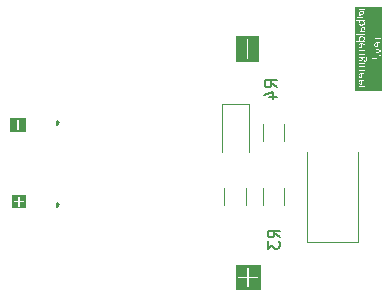
<source format=gbr>
%TF.GenerationSoftware,KiCad,Pcbnew,8.0.1*%
%TF.CreationDate,2024-04-06T17:54:05-05:00*%
%TF.ProjectId,Banana to USB-C Adapter,42616e61-6e61-4207-946f-205553422d43,2*%
%TF.SameCoordinates,Original*%
%TF.FileFunction,Legend,Bot*%
%TF.FilePolarity,Positive*%
%FSLAX46Y46*%
G04 Gerber Fmt 4.6, Leading zero omitted, Abs format (unit mm)*
G04 Created by KiCad (PCBNEW 8.0.1) date 2024-04-06 17:54:05*
%MOMM*%
%LPD*%
G01*
G04 APERTURE LIST*
%ADD10C,0.150000*%
%ADD11C,0.120000*%
G04 APERTURE END LIST*
G36*
X127750000Y-95650000D02*
G01*
X129050000Y-95650000D01*
X129050000Y-95750000D01*
X127750000Y-95750000D01*
X127750000Y-95650000D01*
G37*
G36*
X127750000Y-96750000D02*
G01*
X129050000Y-96750000D01*
X129050000Y-96850000D01*
X127750000Y-96850000D01*
X127750000Y-96750000D01*
G37*
D10*
X131725000Y-95925000D02*
X131725000Y-96275000D01*
X131725000Y-95950000D02*
X131725000Y-95925000D01*
X131725000Y-103175000D02*
X131900000Y-103000000D01*
X131725000Y-96275000D02*
X131900000Y-96100000D01*
X131725000Y-95925000D02*
X131900000Y-96100000D01*
X131725000Y-102825000D02*
X131725000Y-103175000D01*
G36*
X127750000Y-95675000D02*
G01*
X128200000Y-95675000D01*
X128200000Y-96825000D01*
X127750000Y-96825000D01*
X127750000Y-95675000D01*
G37*
G36*
X146850000Y-88750000D02*
G01*
X147550000Y-88750000D01*
X147550000Y-90900000D01*
X146850000Y-90900000D01*
X146850000Y-88750000D01*
G37*
G36*
X128550000Y-95675000D02*
G01*
X129050000Y-95675000D01*
X129050000Y-96825000D01*
X128550000Y-96825000D01*
X128550000Y-95675000D01*
G37*
X131725000Y-102850000D02*
X131725000Y-102825000D01*
G36*
X148100000Y-88750000D02*
G01*
X148800000Y-88750000D01*
X148800000Y-90900000D01*
X148100000Y-90900000D01*
X148100000Y-88750000D01*
G37*
G36*
X146850000Y-90700000D02*
G01*
X148750000Y-90700000D01*
X148750000Y-90900000D01*
X146850000Y-90900000D01*
X146850000Y-90700000D01*
G37*
G36*
X146850000Y-88750000D02*
G01*
X148750000Y-88750000D01*
X148750000Y-88950000D01*
X146850000Y-88950000D01*
X146850000Y-88750000D01*
G37*
X131725000Y-102825000D02*
X131900000Y-103000000D01*
G36*
X148958601Y-110215724D02*
G01*
X146843230Y-110215724D01*
X146843230Y-109172670D01*
X147065452Y-109172670D01*
X147076651Y-109199706D01*
X147097343Y-109220398D01*
X147124379Y-109231597D01*
X147139011Y-109233038D01*
X147826698Y-109232393D01*
X147827356Y-109934575D01*
X147838555Y-109961611D01*
X147859247Y-109982303D01*
X147886283Y-109993502D01*
X147915547Y-109993502D01*
X147942583Y-109982303D01*
X147963275Y-109961611D01*
X147974474Y-109934575D01*
X147975915Y-109919943D01*
X147975270Y-109232254D01*
X148677452Y-109231597D01*
X148704488Y-109220398D01*
X148725180Y-109199706D01*
X148736379Y-109172670D01*
X148736379Y-109143406D01*
X148725180Y-109116370D01*
X148704488Y-109095678D01*
X148677452Y-109084479D01*
X148662820Y-109083038D01*
X147975131Y-109083682D01*
X147974474Y-108381501D01*
X147963275Y-108354465D01*
X147942583Y-108333773D01*
X147915547Y-108322574D01*
X147886283Y-108322574D01*
X147859247Y-108333773D01*
X147838555Y-108354465D01*
X147827356Y-108381501D01*
X147825915Y-108396133D01*
X147826559Y-109083821D01*
X147124379Y-109084479D01*
X147097343Y-109095678D01*
X147076651Y-109116370D01*
X147065452Y-109143406D01*
X147065452Y-109172670D01*
X146843230Y-109172670D01*
X146843230Y-108100352D01*
X148958601Y-108100352D01*
X148958601Y-110215724D01*
G37*
G36*
X148136288Y-90881506D02*
G01*
X147541844Y-90881506D01*
X147541844Y-89061916D01*
X147764066Y-89061916D01*
X147765507Y-90600357D01*
X147776706Y-90627393D01*
X147797398Y-90648085D01*
X147824434Y-90659284D01*
X147853698Y-90659284D01*
X147880734Y-90648085D01*
X147901426Y-90627393D01*
X147912625Y-90600357D01*
X147914066Y-90585725D01*
X147912625Y-89047284D01*
X147901426Y-89020248D01*
X147880734Y-88999556D01*
X147853698Y-88988357D01*
X147824434Y-88988357D01*
X147797398Y-88999556D01*
X147776706Y-89020248D01*
X147765507Y-89047284D01*
X147764066Y-89061916D01*
X147541844Y-89061916D01*
X147541844Y-88766135D01*
X148136288Y-88766135D01*
X148136288Y-90881506D01*
G37*
G36*
X157452990Y-92752936D02*
G01*
X157413804Y-92750619D01*
X157374237Y-92738822D01*
X157347477Y-92721477D01*
X157322681Y-92689167D01*
X157311012Y-92649898D01*
X157309180Y-92622803D01*
X157314313Y-92582311D01*
X157321099Y-92563989D01*
X157343374Y-92530687D01*
X157352752Y-92521589D01*
X157385799Y-92500376D01*
X157398475Y-92495210D01*
X157437144Y-92486148D01*
X157452990Y-92484855D01*
X157452990Y-92752936D01*
G37*
G36*
X157452990Y-92195671D02*
G01*
X157413804Y-92193355D01*
X157374237Y-92181558D01*
X157347477Y-92164213D01*
X157322681Y-92131903D01*
X157311012Y-92092633D01*
X157309180Y-92065538D01*
X157314313Y-92025047D01*
X157321099Y-92006725D01*
X157343374Y-91973422D01*
X157352752Y-91964324D01*
X157385799Y-91943112D01*
X157398475Y-91937946D01*
X157437144Y-91928883D01*
X157452990Y-91927590D01*
X157452990Y-92195671D01*
G37*
G36*
X157868764Y-90541515D02*
G01*
X157884811Y-90563543D01*
X157897367Y-90600803D01*
X157902532Y-90641433D01*
X157903178Y-90664757D01*
X157900917Y-90704757D01*
X157895167Y-90733731D01*
X157879735Y-90770525D01*
X157874260Y-90778476D01*
X157844169Y-90802901D01*
X157808803Y-90810326D01*
X157770950Y-90796800D01*
X157760150Y-90784143D01*
X157745379Y-90746739D01*
X157741782Y-90713605D01*
X157737484Y-90585622D01*
X157763471Y-90556704D01*
X157786723Y-90538923D01*
X157808803Y-90529739D01*
X157831273Y-90527395D01*
X157868764Y-90541515D01*
G37*
G36*
X157454472Y-90560456D02*
G01*
X157488747Y-90582105D01*
X157509634Y-90617872D01*
X157515490Y-90656767D01*
X157515516Y-90659872D01*
X157510098Y-90698728D01*
X157507309Y-90706376D01*
X157484644Y-90739202D01*
X157451231Y-90758351D01*
X157411762Y-90764799D01*
X157371055Y-90758702D01*
X157336339Y-90737053D01*
X157315969Y-90703445D01*
X157309286Y-90664421D01*
X157309180Y-90658113D01*
X157315161Y-90618469D01*
X157317581Y-90612196D01*
X157340833Y-90579760D01*
X157374832Y-90560612D01*
X157413583Y-90554365D01*
X157414888Y-90554359D01*
X157454472Y-90560456D01*
G37*
G36*
X157452990Y-89678211D02*
G01*
X157413804Y-89675895D01*
X157374237Y-89664098D01*
X157347477Y-89646753D01*
X157322681Y-89614443D01*
X157311012Y-89575173D01*
X157309180Y-89548079D01*
X157314313Y-89507587D01*
X157321099Y-89489265D01*
X157343374Y-89455962D01*
X157352752Y-89446864D01*
X157385799Y-89425652D01*
X157398475Y-89420486D01*
X157437144Y-89411423D01*
X157452990Y-89410130D01*
X157452990Y-89678211D01*
G37*
G36*
X158796990Y-89578952D02*
G01*
X158757804Y-89576635D01*
X158718237Y-89564838D01*
X158691477Y-89547493D01*
X158666681Y-89515183D01*
X158655012Y-89475914D01*
X158653180Y-89448819D01*
X158658313Y-89408327D01*
X158665099Y-89390005D01*
X158687374Y-89356703D01*
X158696752Y-89347605D01*
X158729799Y-89326392D01*
X158742475Y-89321227D01*
X158781144Y-89312164D01*
X158796990Y-89310871D01*
X158796990Y-89578952D01*
G37*
G36*
X157548316Y-88823202D02*
G01*
X157582732Y-88827269D01*
X157620925Y-88836522D01*
X157647212Y-88847395D01*
X157679345Y-88870155D01*
X157692348Y-88885301D01*
X157707338Y-88921549D01*
X157709347Y-88944701D01*
X157704462Y-88979481D01*
X157687658Y-89013871D01*
X157662867Y-89044659D01*
X157657177Y-89050605D01*
X157627321Y-89078219D01*
X157611064Y-89091442D01*
X157410785Y-89091442D01*
X157379012Y-89064102D01*
X157351599Y-89035290D01*
X157339856Y-89020123D01*
X157321538Y-88985148D01*
X157315432Y-88948609D01*
X157321996Y-88909255D01*
X157332236Y-88889600D01*
X157360152Y-88860710D01*
X157376200Y-88850326D01*
X157413218Y-88834725D01*
X157438140Y-88828441D01*
X157477419Y-88822912D01*
X157508482Y-88821603D01*
X157548316Y-88823202D01*
G37*
G36*
X157671812Y-88034372D02*
G01*
X157692934Y-88050186D01*
X157711859Y-88086078D01*
X157715600Y-88118574D01*
X157709262Y-88159176D01*
X157697623Y-88184813D01*
X157672912Y-88218082D01*
X157644445Y-88246805D01*
X157642131Y-88248902D01*
X157537400Y-88248902D01*
X157537400Y-88171330D01*
X157539673Y-88130457D01*
X157543848Y-88106460D01*
X157557315Y-88069322D01*
X157562411Y-88060933D01*
X157592110Y-88034164D01*
X157630376Y-88025770D01*
X157631775Y-88025762D01*
X157671812Y-88034372D01*
G37*
G36*
X157645768Y-87496139D02*
G01*
X157673181Y-87524969D01*
X157684923Y-87540012D01*
X157703241Y-87574743D01*
X157709347Y-87610940D01*
X157702783Y-87649622D01*
X157692543Y-87669167D01*
X157664358Y-87698141D01*
X157648189Y-87708441D01*
X157610987Y-87724042D01*
X157586249Y-87730326D01*
X157547251Y-87736013D01*
X157516493Y-87737360D01*
X157476201Y-87735705D01*
X157441657Y-87731498D01*
X157403429Y-87722341D01*
X157377372Y-87711372D01*
X157345411Y-87688612D01*
X157332431Y-87673466D01*
X157317092Y-87635685D01*
X157315432Y-87614848D01*
X157320512Y-87580067D01*
X157337316Y-87545483D01*
X157361969Y-87514833D01*
X157367602Y-87508944D01*
X157397559Y-87481683D01*
X157414106Y-87468497D01*
X157613995Y-87468497D01*
X157645768Y-87496139D01*
G37*
G36*
X157568616Y-86671370D02*
G01*
X157590938Y-86681254D01*
X157611403Y-86716435D01*
X157612431Y-86730688D01*
X157608133Y-86757457D01*
X157594455Y-86786571D01*
X157571344Y-86818129D01*
X157570422Y-86819202D01*
X157543693Y-86848521D01*
X157535055Y-86857499D01*
X157393004Y-86883878D01*
X157360834Y-86861333D01*
X157340052Y-86840891D01*
X157322833Y-86804657D01*
X157321685Y-86791065D01*
X157330832Y-86752806D01*
X157332822Y-86749251D01*
X157359178Y-86718568D01*
X157361350Y-86716815D01*
X157395373Y-86696021D01*
X157400819Y-86693564D01*
X157438913Y-86679911D01*
X157446151Y-86677932D01*
X157485602Y-86670025D01*
X157491092Y-86669335D01*
X157529584Y-86666795D01*
X157568616Y-86671370D01*
G37*
G36*
X159220394Y-93357470D02*
G01*
X156923291Y-93357470D01*
X156923291Y-93196481D01*
X157237274Y-93196481D01*
X157238056Y-93212698D01*
X157240987Y-93231651D01*
X157245872Y-93249432D01*
X157251343Y-93260765D01*
X157256618Y-93265064D01*
X157262871Y-93267018D01*
X157273813Y-93268190D01*
X157293548Y-93268581D01*
X157313674Y-93267995D01*
X157326374Y-93265650D01*
X157333408Y-93261547D01*
X157335949Y-93254708D01*
X157333408Y-93243961D01*
X157328524Y-93229698D01*
X157323834Y-93211917D01*
X157321685Y-93190423D01*
X157327547Y-93163459D01*
X157346500Y-93135713D01*
X157376142Y-93109213D01*
X157381475Y-93105231D01*
X157414234Y-93082944D01*
X157434818Y-93070060D01*
X157758000Y-93070060D01*
X157765425Y-93067911D01*
X157770701Y-93060681D01*
X157774023Y-93047004D01*
X157775000Y-93024534D01*
X157774023Y-93002454D01*
X157770701Y-92988386D01*
X157765425Y-92981351D01*
X157758000Y-92979397D01*
X157266779Y-92979397D01*
X157259354Y-92980961D01*
X157253883Y-92987604D01*
X157250561Y-93000305D01*
X157249780Y-93020626D01*
X157250561Y-93040751D01*
X157253883Y-93053061D01*
X157259354Y-93059314D01*
X157266779Y-93061268D01*
X157338293Y-93061268D01*
X157305533Y-93084503D01*
X157287882Y-93099370D01*
X157260890Y-93128174D01*
X157257205Y-93133173D01*
X157241573Y-93164827D01*
X157237274Y-93196481D01*
X156923291Y-93196481D01*
X156923291Y-92626711D01*
X157237274Y-92626711D01*
X157239885Y-92667936D01*
X157248604Y-92707077D01*
X157255837Y-92725776D01*
X157276030Y-92761024D01*
X157303721Y-92791524D01*
X157305662Y-92793187D01*
X157339661Y-92816048D01*
X157376504Y-92831092D01*
X157379131Y-92831875D01*
X157419986Y-92840710D01*
X157460442Y-92844076D01*
X157469403Y-92844185D01*
X157485621Y-92844185D01*
X157515907Y-92833438D01*
X157524895Y-92809014D01*
X157524895Y-92484855D01*
X157565732Y-92486906D01*
X157602271Y-92493061D01*
X157639733Y-92506664D01*
X157661475Y-92520416D01*
X157688908Y-92550686D01*
X157699382Y-92570437D01*
X157709968Y-92609496D01*
X157712473Y-92645859D01*
X157710260Y-92686770D01*
X157706807Y-92708386D01*
X157696813Y-92746902D01*
X157693715Y-92756062D01*
X157680819Y-92789083D01*
X157674958Y-92808623D01*
X157676912Y-92815266D01*
X157682773Y-92819956D01*
X157693715Y-92822496D01*
X157710715Y-92823277D01*
X157723415Y-92822691D01*
X157732990Y-92821324D01*
X157740415Y-92818588D01*
X157746863Y-92813703D01*
X157757023Y-92795922D01*
X157770090Y-92758899D01*
X157770505Y-92757430D01*
X157779518Y-92717789D01*
X157782229Y-92702719D01*
X157786763Y-92662282D01*
X157787505Y-92636481D01*
X157785473Y-92596346D01*
X157778622Y-92556619D01*
X157770310Y-92529600D01*
X157751952Y-92492227D01*
X157727311Y-92460464D01*
X157719117Y-92452419D01*
X157686077Y-92427981D01*
X157649503Y-92410513D01*
X157633925Y-92405134D01*
X157593194Y-92395489D01*
X157551754Y-92390559D01*
X157514930Y-92389307D01*
X157472147Y-92391246D01*
X157432457Y-92397065D01*
X157399061Y-92405720D01*
X157362571Y-92420091D01*
X157328002Y-92440310D01*
X157311524Y-92453201D01*
X157283282Y-92482853D01*
X157261473Y-92517443D01*
X157256423Y-92528232D01*
X157244025Y-92565694D01*
X157237948Y-92606639D01*
X157237405Y-92622803D01*
X157237274Y-92626711D01*
X156923291Y-92626711D01*
X156923291Y-92069446D01*
X157237274Y-92069446D01*
X157239885Y-92110671D01*
X157248604Y-92149813D01*
X157255837Y-92168511D01*
X157276030Y-92203759D01*
X157303721Y-92234259D01*
X157305662Y-92235922D01*
X157339661Y-92258783D01*
X157376504Y-92273827D01*
X157379131Y-92274610D01*
X157419986Y-92283446D01*
X157460442Y-92286812D01*
X157469403Y-92286920D01*
X157485621Y-92286920D01*
X157515907Y-92276173D01*
X157524895Y-92251749D01*
X157524895Y-91927590D01*
X157565732Y-91929642D01*
X157602271Y-91935797D01*
X157639733Y-91949399D01*
X157661475Y-91963152D01*
X157688908Y-91993422D01*
X157699382Y-92013173D01*
X157709968Y-92052232D01*
X157712473Y-92088595D01*
X157710260Y-92129506D01*
X157706807Y-92151121D01*
X157696813Y-92189637D01*
X157693715Y-92198797D01*
X157680819Y-92231819D01*
X157674958Y-92251358D01*
X157676912Y-92258002D01*
X157682773Y-92262691D01*
X157693715Y-92265231D01*
X157710715Y-92266013D01*
X157723415Y-92265427D01*
X157732990Y-92264059D01*
X157740415Y-92261324D01*
X157746863Y-92256439D01*
X157757023Y-92238658D01*
X157770090Y-92201634D01*
X157770505Y-92200165D01*
X157779518Y-92160524D01*
X157782229Y-92145455D01*
X157786763Y-92105017D01*
X157787505Y-92079216D01*
X157785473Y-92039082D01*
X157778622Y-91999354D01*
X157770310Y-91972335D01*
X157751952Y-91934962D01*
X157727311Y-91903199D01*
X157719117Y-91895155D01*
X157686077Y-91870717D01*
X157649503Y-91853248D01*
X157633925Y-91847869D01*
X157593194Y-91838225D01*
X157551754Y-91833294D01*
X157514930Y-91832042D01*
X157472147Y-91833982D01*
X157432457Y-91839800D01*
X157399061Y-91848455D01*
X157362571Y-91862826D01*
X157328002Y-91883045D01*
X157311524Y-91895936D01*
X157283282Y-91925589D01*
X157261473Y-91960178D01*
X157256423Y-91970968D01*
X157244025Y-92008429D01*
X157237948Y-92049374D01*
X157237405Y-92065538D01*
X157237274Y-92069446D01*
X156923291Y-92069446D01*
X156923291Y-91525273D01*
X157237274Y-91525273D01*
X157240491Y-91565633D01*
X157252044Y-91604248D01*
X157254078Y-91608511D01*
X157276569Y-91642459D01*
X157299019Y-91663222D01*
X157333702Y-91682971D01*
X157364867Y-91693117D01*
X157403570Y-91699709D01*
X157445735Y-91702220D01*
X157455530Y-91702300D01*
X157758000Y-91702300D01*
X157765425Y-91700151D01*
X157770701Y-91692922D01*
X157774023Y-91679244D01*
X157775000Y-91657164D01*
X157774023Y-91634694D01*
X157770701Y-91620821D01*
X157765425Y-91613787D01*
X157757805Y-91611638D01*
X157467058Y-91611638D01*
X157426695Y-91609763D01*
X157398866Y-91604994D01*
X157361409Y-91590200D01*
X157354120Y-91585650D01*
X157327343Y-91556726D01*
X157325397Y-91553019D01*
X157315675Y-91514797D01*
X157315432Y-91506711D01*
X157323098Y-91468304D01*
X157339661Y-91438518D01*
X157365200Y-91408096D01*
X157393996Y-91380949D01*
X157410785Y-91367004D01*
X157757805Y-91367004D01*
X157765425Y-91364855D01*
X157770701Y-91357625D01*
X157774023Y-91343947D01*
X157775000Y-91321477D01*
X157774023Y-91299397D01*
X157770701Y-91285329D01*
X157765425Y-91278295D01*
X157758000Y-91276341D01*
X157266779Y-91276341D01*
X157259354Y-91277904D01*
X157253883Y-91284548D01*
X157250561Y-91297248D01*
X157249780Y-91317569D01*
X157250561Y-91337695D01*
X157253883Y-91350005D01*
X157259354Y-91356257D01*
X157266779Y-91358211D01*
X157331650Y-91358211D01*
X157301160Y-91386912D01*
X157274956Y-91418117D01*
X157260136Y-91441449D01*
X157244508Y-91477978D01*
X157237475Y-91517365D01*
X157237274Y-91525273D01*
X156923291Y-91525273D01*
X156923291Y-91065706D01*
X157040317Y-91065706D01*
X157047798Y-91104175D01*
X157051650Y-91109279D01*
X157090588Y-91121151D01*
X157094441Y-91121198D01*
X157133099Y-91113200D01*
X157138210Y-91109083D01*
X157149636Y-91070437D01*
X157149728Y-91065120D01*
X157249780Y-91065120D01*
X157250952Y-91087590D01*
X157254274Y-91101268D01*
X157259745Y-91108497D01*
X157266779Y-91110647D01*
X157758000Y-91110647D01*
X157765425Y-91108497D01*
X157770701Y-91101268D01*
X157774023Y-91087590D01*
X157775000Y-91065120D01*
X157774023Y-91043040D01*
X157770701Y-91028972D01*
X157765425Y-91021938D01*
X157758000Y-91019984D01*
X157266779Y-91019984D01*
X157259745Y-91021938D01*
X157254274Y-91028972D01*
X157250952Y-91043040D01*
X157249780Y-91065120D01*
X157149728Y-91065120D01*
X157149738Y-91064534D01*
X157142256Y-91025936D01*
X157138405Y-91020765D01*
X157099467Y-91009087D01*
X157095614Y-91009042D01*
X157057085Y-91017039D01*
X157052041Y-91021156D01*
X157040420Y-91059803D01*
X157040317Y-91065706D01*
X156923291Y-91065706D01*
X156923291Y-90659872D01*
X157237274Y-90659872D01*
X157240194Y-90699428D01*
X157240596Y-90701882D01*
X157249780Y-90738421D01*
X157249780Y-90887897D01*
X157259159Y-90901770D01*
X157287491Y-90906460D01*
X157316018Y-90901184D01*
X157324811Y-90887897D01*
X157324811Y-90816969D01*
X157356920Y-90840475D01*
X157365062Y-90843738D01*
X157403573Y-90851363D01*
X157410980Y-90851554D01*
X157450938Y-90848086D01*
X157486011Y-90837681D01*
X157521084Y-90817237D01*
X157541113Y-90798407D01*
X157564076Y-90764798D01*
X157575502Y-90737834D01*
X157584802Y-90698314D01*
X157587421Y-90659872D01*
X157583727Y-90619614D01*
X157579605Y-90602231D01*
X157564007Y-90566222D01*
X157559675Y-90560221D01*
X157583513Y-90544003D01*
X157614190Y-90537751D01*
X157647993Y-90555531D01*
X157659063Y-90585622D01*
X157661587Y-90592482D01*
X157662452Y-90603208D01*
X157667923Y-90732363D01*
X157671777Y-90771773D01*
X157678279Y-90799774D01*
X157693699Y-90836676D01*
X157704462Y-90853117D01*
X157732936Y-90880450D01*
X157746277Y-90888288D01*
X157784007Y-90899748D01*
X157803722Y-90900989D01*
X157843552Y-90895960D01*
X157869375Y-90886725D01*
X157903744Y-90864414D01*
X157924085Y-90842956D01*
X157945237Y-90809544D01*
X157960541Y-90770767D01*
X157961406Y-90767925D01*
X157970261Y-90728193D01*
X157974429Y-90686652D01*
X157975083Y-90660263D01*
X157973627Y-90617893D01*
X157968763Y-90577573D01*
X157964727Y-90558267D01*
X157952662Y-90520019D01*
X157937897Y-90491443D01*
X158393696Y-90491443D01*
X158396115Y-90531227D01*
X158404916Y-90571841D01*
X158408351Y-90581715D01*
X158425692Y-90617228D01*
X158448406Y-90646000D01*
X158479641Y-90670716D01*
X158507611Y-90684297D01*
X158546842Y-90694567D01*
X158579321Y-90696998D01*
X158620089Y-90694862D01*
X158647904Y-90690940D01*
X158685627Y-90680700D01*
X158721568Y-90665344D01*
X158757861Y-90644918D01*
X158791768Y-90622112D01*
X158809690Y-90608875D01*
X158841408Y-90583550D01*
X158872400Y-90556711D01*
X158901896Y-90529637D01*
X158921260Y-90511178D01*
X159037715Y-90398631D01*
X159037715Y-90707940D01*
X159040256Y-90716537D01*
X159047876Y-90723571D01*
X159060381Y-90728065D01*
X159077771Y-90729433D01*
X159095552Y-90728065D01*
X159108644Y-90724157D01*
X159116459Y-90717514D01*
X159119000Y-90708526D01*
X159119000Y-90315588D01*
X159117046Y-90302106D01*
X159110793Y-90292141D01*
X159097897Y-90286083D01*
X159077381Y-90284325D01*
X159058036Y-90285106D01*
X159043187Y-90288624D01*
X159030486Y-90295462D01*
X159016808Y-90306209D01*
X158872217Y-90444157D01*
X158841270Y-90472207D01*
X158809654Y-90498742D01*
X158780577Y-90520752D01*
X158746399Y-90543512D01*
X158710727Y-90563296D01*
X158706522Y-90565302D01*
X158669049Y-90580076D01*
X158645950Y-90585818D01*
X158606896Y-90590581D01*
X158594757Y-90590899D01*
X158555327Y-90584915D01*
X158550011Y-90583083D01*
X158515902Y-90563494D01*
X158512886Y-90560808D01*
X158489302Y-90528342D01*
X158487485Y-90524269D01*
X158478555Y-90486020D01*
X158478106Y-90473857D01*
X158482152Y-90434595D01*
X158488462Y-90413676D01*
X158504985Y-90377442D01*
X158510933Y-90366977D01*
X158532754Y-90334218D01*
X158533403Y-90333369D01*
X158543759Y-90313439D01*
X158541414Y-90306404D01*
X158533989Y-90301520D01*
X158520116Y-90298393D01*
X158499404Y-90297416D01*
X158484359Y-90298003D01*
X158473417Y-90299956D01*
X158464819Y-90303474D01*
X158454659Y-90312266D01*
X158438246Y-90335127D01*
X158419603Y-90371262D01*
X158417729Y-90375769D01*
X158404840Y-90413403D01*
X158400730Y-90429503D01*
X158394527Y-90469490D01*
X158393696Y-90491443D01*
X157937897Y-90491443D01*
X157936786Y-90489293D01*
X157909281Y-90459412D01*
X157894581Y-90450409D01*
X157856969Y-90439253D01*
X157841043Y-90438295D01*
X157805676Y-90442594D01*
X157773046Y-90456076D01*
X157743346Y-90478742D01*
X157716271Y-90508714D01*
X157715404Y-90509809D01*
X157691165Y-90478316D01*
X157679647Y-90469949D01*
X157642081Y-90457506D01*
X157632752Y-90457053D01*
X157592346Y-90462396D01*
X157570812Y-90470730D01*
X157537349Y-90491543D01*
X157521769Y-90504729D01*
X157488722Y-90483187D01*
X157476437Y-90477765D01*
X157436699Y-90468949D01*
X157415279Y-90467995D01*
X157375662Y-90471561D01*
X157340443Y-90482259D01*
X157306412Y-90501768D01*
X157284560Y-90521728D01*
X157261201Y-90555405D01*
X157249584Y-90582496D01*
X157239979Y-90622045D01*
X157237400Y-90658113D01*
X157237274Y-90659872D01*
X156923291Y-90659872D01*
X156923291Y-90153605D01*
X157237274Y-90153605D01*
X157240491Y-90193965D01*
X157252044Y-90232580D01*
X157254078Y-90236843D01*
X157276569Y-90270792D01*
X157299019Y-90291554D01*
X157333702Y-90311303D01*
X157364867Y-90321449D01*
X157403570Y-90328041D01*
X157445735Y-90330552D01*
X157455530Y-90330633D01*
X157758000Y-90330633D01*
X157765425Y-90328483D01*
X157770701Y-90321254D01*
X157774023Y-90307576D01*
X157775000Y-90285497D01*
X157774023Y-90263026D01*
X157770701Y-90249153D01*
X157765425Y-90242119D01*
X157757805Y-90239970D01*
X157467058Y-90239970D01*
X157426695Y-90238095D01*
X157398866Y-90233326D01*
X157361409Y-90218532D01*
X157354120Y-90213982D01*
X157327343Y-90185058D01*
X157325397Y-90181351D01*
X157320775Y-90163180D01*
X158593780Y-90163180D01*
X158594366Y-90184088D01*
X158597101Y-90196984D01*
X158602377Y-90203627D01*
X158609607Y-90205581D01*
X158614296Y-90205190D01*
X158619376Y-90204409D01*
X158625434Y-90203041D01*
X158632468Y-90201087D01*
X159099265Y-90032462D01*
X159109230Y-90026600D01*
X159115287Y-90015853D01*
X159118218Y-89997877D01*
X159119000Y-89970326D01*
X159118023Y-89942776D01*
X159114701Y-89924995D01*
X159108644Y-89914248D01*
X159099265Y-89908191D01*
X158632468Y-89740152D01*
X158621135Y-89736439D01*
X158613710Y-89734876D01*
X158609607Y-89734681D01*
X158601986Y-89736830D01*
X158596906Y-89744255D01*
X158594366Y-89757933D01*
X158593780Y-89779035D01*
X158594561Y-89804632D01*
X158597688Y-89819482D01*
X158603159Y-89827102D01*
X158611170Y-89831792D01*
X159016222Y-89971499D01*
X159022866Y-89973648D01*
X159016222Y-89975407D01*
X158611170Y-90113160D01*
X158603159Y-90117067D01*
X158597688Y-90125079D01*
X158594561Y-90139342D01*
X158593780Y-90163180D01*
X157320775Y-90163180D01*
X157315675Y-90143129D01*
X157315432Y-90135043D01*
X157323098Y-90096637D01*
X157339661Y-90066850D01*
X157365200Y-90036428D01*
X157393996Y-90009281D01*
X157410785Y-89995336D01*
X157757805Y-89995336D01*
X157765425Y-89993187D01*
X157770701Y-89985957D01*
X157774023Y-89972280D01*
X157775000Y-89949809D01*
X157774023Y-89927730D01*
X157770701Y-89913661D01*
X157765425Y-89906627D01*
X157758000Y-89904673D01*
X157266779Y-89904673D01*
X157259354Y-89906236D01*
X157253883Y-89912880D01*
X157250561Y-89925580D01*
X157249780Y-89945901D01*
X157250561Y-89966027D01*
X157253883Y-89978337D01*
X157259354Y-89984589D01*
X157266779Y-89986543D01*
X157331650Y-89986543D01*
X157301160Y-90015245D01*
X157274956Y-90046450D01*
X157260136Y-90069781D01*
X157244508Y-90106310D01*
X157237475Y-90145697D01*
X157237274Y-90153605D01*
X156923291Y-90153605D01*
X156923291Y-89551986D01*
X157237274Y-89551986D01*
X157239885Y-89593212D01*
X157248604Y-89632353D01*
X157255837Y-89651051D01*
X157276030Y-89686300D01*
X157303721Y-89716799D01*
X157305662Y-89718462D01*
X157339661Y-89741324D01*
X157376504Y-89756367D01*
X157379131Y-89757150D01*
X157419986Y-89765986D01*
X157460442Y-89769352D01*
X157469403Y-89769460D01*
X157485621Y-89769460D01*
X157515907Y-89758714D01*
X157524895Y-89734289D01*
X157524895Y-89410130D01*
X157565732Y-89412182D01*
X157602271Y-89418337D01*
X157639733Y-89431940D01*
X157661475Y-89445692D01*
X157688908Y-89475962D01*
X157699382Y-89495713D01*
X157709968Y-89534772D01*
X157712473Y-89571135D01*
X157710260Y-89612046D01*
X157706807Y-89633661D01*
X157696813Y-89672177D01*
X157693715Y-89681337D01*
X157680819Y-89714359D01*
X157674958Y-89733899D01*
X157676912Y-89740542D01*
X157682773Y-89745231D01*
X157693715Y-89747772D01*
X157710715Y-89748553D01*
X157723415Y-89747967D01*
X157732990Y-89746599D01*
X157740415Y-89743864D01*
X157746863Y-89738979D01*
X157757023Y-89721198D01*
X157770090Y-89684174D01*
X157770505Y-89682705D01*
X157779518Y-89643065D01*
X157782229Y-89627995D01*
X157786763Y-89587557D01*
X157787505Y-89561756D01*
X157785473Y-89521622D01*
X157778622Y-89481894D01*
X157770310Y-89454875D01*
X157769255Y-89452727D01*
X158581274Y-89452727D01*
X158583885Y-89493952D01*
X158592604Y-89533093D01*
X158599837Y-89551792D01*
X158620030Y-89587040D01*
X158647721Y-89617540D01*
X158649662Y-89619203D01*
X158683661Y-89642064D01*
X158720504Y-89657108D01*
X158723131Y-89657891D01*
X158763986Y-89666727D01*
X158804442Y-89670093D01*
X158813403Y-89670201D01*
X158829621Y-89670201D01*
X158859907Y-89659454D01*
X158868895Y-89635030D01*
X158868895Y-89310871D01*
X158909732Y-89312922D01*
X158946271Y-89319077D01*
X158983733Y-89332680D01*
X159005475Y-89346432D01*
X159032908Y-89376702D01*
X159043382Y-89396453D01*
X159053968Y-89435512D01*
X159056473Y-89471876D01*
X159054260Y-89512786D01*
X159050807Y-89534402D01*
X159040813Y-89572918D01*
X159037715Y-89582078D01*
X159024819Y-89615100D01*
X159018958Y-89634639D01*
X159020912Y-89641282D01*
X159026773Y-89645972D01*
X159037715Y-89648512D01*
X159054715Y-89649294D01*
X159067415Y-89648707D01*
X159076990Y-89647340D01*
X159084415Y-89644604D01*
X159090863Y-89639719D01*
X159101023Y-89621938D01*
X159114090Y-89584915D01*
X159114505Y-89583446D01*
X159123518Y-89543805D01*
X159126229Y-89528735D01*
X159130763Y-89488298D01*
X159131505Y-89462497D01*
X159129473Y-89422362D01*
X159122622Y-89382635D01*
X159114310Y-89355616D01*
X159095952Y-89318243D01*
X159071311Y-89286480D01*
X159063117Y-89278435D01*
X159030077Y-89253997D01*
X158993503Y-89236529D01*
X158977925Y-89231150D01*
X158937194Y-89221505D01*
X158895754Y-89216575D01*
X158858930Y-89215323D01*
X158816147Y-89217262D01*
X158776457Y-89223081D01*
X158743061Y-89231736D01*
X158706571Y-89246107D01*
X158672002Y-89266326D01*
X158655524Y-89279217D01*
X158627282Y-89308869D01*
X158605473Y-89343459D01*
X158600423Y-89354248D01*
X158588025Y-89391710D01*
X158581948Y-89432655D01*
X158581405Y-89448819D01*
X158581274Y-89452727D01*
X157769255Y-89452727D01*
X157751952Y-89417503D01*
X157727311Y-89385740D01*
X157719117Y-89377695D01*
X157686077Y-89353257D01*
X157649503Y-89335788D01*
X157633925Y-89330409D01*
X157593194Y-89320765D01*
X157551754Y-89315834D01*
X157514930Y-89314582D01*
X157472147Y-89316522D01*
X157432457Y-89322340D01*
X157399061Y-89330996D01*
X157362571Y-89345366D01*
X157328002Y-89365585D01*
X157311524Y-89378476D01*
X157283282Y-89408129D01*
X157261473Y-89442718D01*
X157256423Y-89453508D01*
X157244025Y-89490970D01*
X157237948Y-89531914D01*
X157237405Y-89548079D01*
X157237274Y-89551986D01*
X156923291Y-89551986D01*
X156923291Y-89136578D01*
X157012180Y-89136578D01*
X157013548Y-89159049D01*
X157016870Y-89172726D01*
X157022341Y-89180151D01*
X157029766Y-89182691D01*
X157758000Y-89182691D01*
X157765816Y-89180737D01*
X157770896Y-89174094D01*
X157774023Y-89161784D01*
X157775000Y-89143026D01*
X157774023Y-89123682D01*
X157771092Y-89111177D01*
X157766207Y-89103947D01*
X157758782Y-89101798D01*
X157696842Y-89101798D01*
X157708496Y-89090075D01*
X158581274Y-89090075D01*
X158582056Y-89106293D01*
X158584987Y-89125246D01*
X158589872Y-89143027D01*
X158595343Y-89154360D01*
X158600618Y-89158658D01*
X158606871Y-89160612D01*
X158617813Y-89161785D01*
X158637548Y-89162176D01*
X158657674Y-89161589D01*
X158670374Y-89159245D01*
X158677408Y-89155141D01*
X158679949Y-89148303D01*
X158677408Y-89137556D01*
X158672524Y-89123292D01*
X158667834Y-89105511D01*
X158665685Y-89084018D01*
X158671547Y-89057053D01*
X158690500Y-89029307D01*
X158720142Y-89002807D01*
X158725475Y-88998826D01*
X158758234Y-88976538D01*
X158778818Y-88963655D01*
X159102000Y-88963655D01*
X159109425Y-88961506D01*
X159114701Y-88954276D01*
X159118023Y-88940598D01*
X159119000Y-88918128D01*
X159118023Y-88896049D01*
X159114701Y-88881980D01*
X159109425Y-88874946D01*
X159102000Y-88872992D01*
X158610779Y-88872992D01*
X158603354Y-88874555D01*
X158597883Y-88881199D01*
X158594561Y-88893899D01*
X158593780Y-88914220D01*
X158594561Y-88934346D01*
X158597883Y-88946656D01*
X158603354Y-88952908D01*
X158610779Y-88954862D01*
X158682293Y-88954862D01*
X158649533Y-88978098D01*
X158631882Y-88992964D01*
X158604890Y-89021769D01*
X158601205Y-89026767D01*
X158585573Y-89058421D01*
X158581274Y-89090075D01*
X157708496Y-89090075D01*
X157726297Y-89072168D01*
X157752254Y-89039015D01*
X157763667Y-89020709D01*
X157779962Y-88982417D01*
X157787132Y-88941059D01*
X157787505Y-88928679D01*
X157783990Y-88887156D01*
X157772342Y-88848282D01*
X157766207Y-88835866D01*
X157742794Y-88803000D01*
X157712855Y-88776573D01*
X157708370Y-88773536D01*
X157671324Y-88753978D01*
X157631713Y-88740760D01*
X157622592Y-88738560D01*
X157581714Y-88731475D01*
X157542435Y-88728142D01*
X157518838Y-88727618D01*
X157479656Y-88728954D01*
X157439421Y-88733508D01*
X157402187Y-88741296D01*
X157362473Y-88754696D01*
X157325330Y-88773887D01*
X157313478Y-88781938D01*
X157282775Y-88810050D01*
X157259543Y-88843830D01*
X157257009Y-88848762D01*
X157243519Y-88885997D01*
X157237756Y-88924790D01*
X157237274Y-88940793D01*
X157238117Y-88948609D01*
X157241482Y-88979828D01*
X157255245Y-89017869D01*
X157256423Y-89020123D01*
X157278368Y-89053797D01*
X157306054Y-89084839D01*
X157312892Y-89091442D01*
X157029570Y-89091442D01*
X157022145Y-89093396D01*
X157016870Y-89100821D01*
X157013548Y-89114694D01*
X157012180Y-89136578D01*
X156923291Y-89136578D01*
X156923291Y-88547660D01*
X157012180Y-88547660D01*
X157013353Y-88570130D01*
X157016479Y-88583808D01*
X157021950Y-88591037D01*
X157029570Y-88593187D01*
X157758000Y-88593187D01*
X157765621Y-88591037D01*
X157770701Y-88583808D01*
X157774023Y-88570130D01*
X157775000Y-88547660D01*
X157774023Y-88525580D01*
X157770701Y-88511512D01*
X157765621Y-88504478D01*
X157758000Y-88502524D01*
X157029570Y-88502524D01*
X157021950Y-88504478D01*
X157016479Y-88511512D01*
X157013353Y-88525580D01*
X157012180Y-88547660D01*
X156923291Y-88547660D01*
X156923291Y-88143975D01*
X157237274Y-88143975D01*
X157239274Y-88184672D01*
X157246550Y-88225058D01*
X157249389Y-88234638D01*
X157265459Y-88270265D01*
X157284951Y-88295015D01*
X157316790Y-88317917D01*
X157343178Y-88328427D01*
X157383233Y-88336660D01*
X157424071Y-88338979D01*
X157758391Y-88338979D01*
X157768356Y-88334485D01*
X157773436Y-88322370D01*
X157775000Y-88300095D01*
X157773436Y-88277039D01*
X157768356Y-88264729D01*
X157758391Y-88261016D01*
X157708956Y-88261016D01*
X157736921Y-88231214D01*
X157759948Y-88198570D01*
X157765621Y-88188721D01*
X157781328Y-88150321D01*
X157787419Y-88109861D01*
X157787505Y-88104310D01*
X157784582Y-88065037D01*
X157777149Y-88033773D01*
X157760540Y-87997869D01*
X157747058Y-87979844D01*
X157715767Y-87953926D01*
X157698796Y-87945259D01*
X157659839Y-87934681D01*
X157633534Y-87932949D01*
X157593576Y-87937199D01*
X157559284Y-87949949D01*
X157527294Y-87973772D01*
X157507114Y-87998797D01*
X157488845Y-88034213D01*
X157476508Y-88073892D01*
X157475851Y-88076760D01*
X157469146Y-88116256D01*
X157465991Y-88156034D01*
X157465495Y-88180709D01*
X157465495Y-88248902D01*
X157427393Y-88248902D01*
X157387365Y-88245205D01*
X157377568Y-88242845D01*
X157342319Y-88224141D01*
X157341420Y-88223305D01*
X157320190Y-88189665D01*
X157319731Y-88188330D01*
X157312661Y-88148969D01*
X157312306Y-88135769D01*
X157315359Y-88096430D01*
X157320122Y-88075392D01*
X157333288Y-88037806D01*
X157337316Y-88028693D01*
X157354511Y-87995280D01*
X157362327Y-87975155D01*
X157360177Y-87967534D01*
X157353339Y-87961672D01*
X157341810Y-87958155D01*
X157326179Y-87957178D01*
X157303904Y-87958937D01*
X157288468Y-87968316D01*
X157271859Y-87993912D01*
X157256498Y-88031342D01*
X157255055Y-88035727D01*
X157244980Y-88073609D01*
X157242355Y-88087311D01*
X157237771Y-88126184D01*
X157237274Y-88143975D01*
X156923291Y-88143975D01*
X156923291Y-87422970D01*
X157012180Y-87422970D01*
X157013353Y-87445441D01*
X157016479Y-87459118D01*
X157021950Y-87466348D01*
X157029375Y-87468497D01*
X157319535Y-87468497D01*
X157291611Y-87498118D01*
X157281238Y-87511093D01*
X157259836Y-87544105D01*
X157256032Y-87551540D01*
X157242351Y-87588543D01*
X157241769Y-87591009D01*
X157239038Y-87614848D01*
X157237292Y-87630096D01*
X157237274Y-87632824D01*
X157240854Y-87674029D01*
X157252715Y-87712561D01*
X157258963Y-87724855D01*
X157282559Y-87757581D01*
X157312681Y-87783954D01*
X157317191Y-87786990D01*
X157354053Y-87806645D01*
X157393494Y-87819799D01*
X157402578Y-87821966D01*
X157443203Y-87829050D01*
X157482362Y-87832384D01*
X157505942Y-87832908D01*
X157545349Y-87831534D01*
X157585787Y-87826849D01*
X157623178Y-87818839D01*
X157662892Y-87805342D01*
X157700036Y-87785830D01*
X157711887Y-87777611D01*
X157742547Y-87749401D01*
X157765651Y-87715695D01*
X157768161Y-87710786D01*
X157782045Y-87671250D01*
X157787335Y-87629779D01*
X157787505Y-87620319D01*
X157783653Y-87580355D01*
X157782815Y-87576550D01*
X157768871Y-87539673D01*
X157767575Y-87537276D01*
X157744921Y-87503616D01*
X157741001Y-87498783D01*
X157714256Y-87470046D01*
X157701922Y-87458141D01*
X157758977Y-87458141D01*
X157766207Y-87455797D01*
X157771092Y-87448762D01*
X157774023Y-87436453D01*
X157775000Y-87417499D01*
X157774023Y-87398742D01*
X157770896Y-87386041D01*
X157765816Y-87379397D01*
X157758000Y-87377834D01*
X157029570Y-87377834D01*
X157021950Y-87379788D01*
X157016479Y-87386822D01*
X157013353Y-87400891D01*
X157012180Y-87422970D01*
X156923291Y-87422970D01*
X156923291Y-86853787D01*
X157049696Y-86853787D01*
X157051051Y-86897299D01*
X157055118Y-86937758D01*
X157062934Y-86979624D01*
X157071385Y-87009516D01*
X157086696Y-87048316D01*
X157105518Y-87082652D01*
X157130277Y-87115263D01*
X157132739Y-87117960D01*
X157161929Y-87144904D01*
X157195229Y-87166631D01*
X157229068Y-87181854D01*
X157269683Y-87193757D01*
X157309250Y-87200291D01*
X157351336Y-87202741D01*
X157355683Y-87202761D01*
X157395833Y-87201438D01*
X157432083Y-87198072D01*
X157472845Y-87191435D01*
X157507896Y-87182831D01*
X157545823Y-87169898D01*
X157577456Y-87155280D01*
X157611693Y-87133683D01*
X157634902Y-87113466D01*
X157660418Y-87081406D01*
X157673590Y-87056215D01*
X157684807Y-87016414D01*
X157687463Y-86981184D01*
X157682998Y-86941800D01*
X157682383Y-86939370D01*
X157667337Y-86905371D01*
X157641936Y-86880360D01*
X157605983Y-86866292D01*
X157633119Y-86836756D01*
X157643499Y-86823696D01*
X157664971Y-86790744D01*
X157668900Y-86783250D01*
X157682878Y-86745747D01*
X157683164Y-86744561D01*
X157687463Y-86707437D01*
X157683341Y-86668110D01*
X157682773Y-86665818D01*
X157669096Y-86633578D01*
X157647016Y-86609544D01*
X157617512Y-86593131D01*
X157581559Y-86583947D01*
X157541637Y-86581223D01*
X157538768Y-86581212D01*
X157497957Y-86583478D01*
X157485034Y-86584924D01*
X157446413Y-86591717D01*
X157422508Y-86597625D01*
X157384705Y-86610340D01*
X157359396Y-86621658D01*
X157325077Y-86642606D01*
X157304295Y-86659956D01*
X157278597Y-86690065D01*
X157264825Y-86714080D01*
X157252659Y-86752686D01*
X157249780Y-86787157D01*
X157250254Y-86791065D01*
X157253883Y-86820961D01*
X157266779Y-86852028D01*
X157288663Y-86880556D01*
X157318612Y-86907802D01*
X157319731Y-86908693D01*
X157271664Y-86918072D01*
X157260331Y-86927841D01*
X157256423Y-86956564D01*
X157257595Y-86973173D01*
X157260526Y-86983919D01*
X157265216Y-86989195D01*
X157271664Y-86989390D01*
X157522941Y-86940542D01*
X157562704Y-86937220D01*
X157590547Y-86944841D01*
X157611384Y-86979912D01*
X157612431Y-86994862D01*
X157602643Y-87033238D01*
X157601294Y-87035504D01*
X157574688Y-87064749D01*
X157571203Y-87067353D01*
X157536277Y-87086930D01*
X157527044Y-87090605D01*
X157489398Y-87102270D01*
X157473897Y-87105845D01*
X157434831Y-87112604D01*
X157416646Y-87114638D01*
X157377362Y-87117283D01*
X157360177Y-87117569D01*
X157319738Y-87115063D01*
X157281168Y-87107546D01*
X157270491Y-87104478D01*
X157232833Y-87088352D01*
X157199726Y-87064155D01*
X157195655Y-87060319D01*
X157169818Y-87028887D01*
X157150380Y-86992400D01*
X157144071Y-86976494D01*
X157133058Y-86937330D01*
X157127013Y-86896236D01*
X157124803Y-86854781D01*
X157124727Y-86844994D01*
X157126120Y-86805843D01*
X157130870Y-86765994D01*
X157138991Y-86729516D01*
X157152131Y-86690397D01*
X157170104Y-86652741D01*
X157177484Y-86640416D01*
X157201830Y-86606734D01*
X157229439Y-86577860D01*
X157233367Y-86574373D01*
X157266046Y-86549118D01*
X157300778Y-86528065D01*
X157336926Y-86510968D01*
X157373855Y-86497583D01*
X157412791Y-86486878D01*
X157445956Y-86479998D01*
X157485647Y-86474251D01*
X157511217Y-86471986D01*
X157550290Y-86470187D01*
X157562997Y-86470033D01*
X157603416Y-86471695D01*
X157644719Y-86477300D01*
X157673785Y-86484101D01*
X157712329Y-86498917D01*
X157746357Y-86520506D01*
X157760540Y-86532754D01*
X157787519Y-86564756D01*
X157807614Y-86601223D01*
X157817205Y-86625566D01*
X157827921Y-86665000D01*
X157834172Y-86705483D01*
X157837030Y-86745438D01*
X157837526Y-86772307D01*
X157836368Y-86812869D01*
X157833422Y-86844994D01*
X157828041Y-86883863D01*
X157825020Y-86901268D01*
X157816423Y-86939956D01*
X157812515Y-86960277D01*
X157814469Y-86965943D01*
X157820722Y-86969851D01*
X157831664Y-86971805D01*
X157848077Y-86972391D01*
X157861168Y-86972000D01*
X157870743Y-86970633D01*
X157878363Y-86967702D01*
X157884616Y-86962426D01*
X157892041Y-86943473D01*
X157900833Y-86904375D01*
X157901420Y-86901072D01*
X157906901Y-86862239D01*
X157909235Y-86838742D01*
X157911827Y-86798862D01*
X157912557Y-86760193D01*
X157911398Y-86716809D01*
X157907920Y-86676418D01*
X157901105Y-86633919D01*
X157891262Y-86595329D01*
X157888328Y-86586292D01*
X157873046Y-86548372D01*
X157852186Y-86511132D01*
X157827242Y-86479045D01*
X157818963Y-86470423D01*
X157789082Y-86444881D01*
X157755613Y-86424185D01*
X157718557Y-86408336D01*
X157710715Y-86405748D01*
X157669716Y-86395341D01*
X157630371Y-86389270D01*
X157588706Y-86386321D01*
X157569445Y-86386013D01*
X157530259Y-86387158D01*
X157503597Y-86388944D01*
X157462773Y-86393755D01*
X157424462Y-86400472D01*
X157384692Y-86410035D01*
X157346875Y-86421671D01*
X157338684Y-86424506D01*
X157300761Y-86439733D01*
X157263586Y-86458400D01*
X157253101Y-86464366D01*
X157219933Y-86485920D01*
X157188378Y-86510892D01*
X157174357Y-86523571D01*
X157145741Y-86554052D01*
X157122074Y-86585852D01*
X157109487Y-86606027D01*
X157090234Y-86643680D01*
X157075579Y-86681526D01*
X157065718Y-86714862D01*
X157057269Y-86754791D01*
X157051949Y-86797889D01*
X157049837Y-86839385D01*
X157049696Y-86853787D01*
X156923291Y-86853787D01*
X156923291Y-86297124D01*
X159220394Y-86297124D01*
X159220394Y-93357470D01*
G37*
G36*
X128601744Y-96815621D02*
G01*
X128229522Y-96815621D01*
X128229522Y-95869047D01*
X128340633Y-95869047D01*
X128342074Y-96645583D01*
X128353273Y-96672619D01*
X128373965Y-96693311D01*
X128401001Y-96704510D01*
X128430265Y-96704510D01*
X128457301Y-96693311D01*
X128477993Y-96672619D01*
X128489192Y-96645583D01*
X128490633Y-96630951D01*
X128489192Y-95854415D01*
X128477993Y-95827379D01*
X128457301Y-95806687D01*
X128430265Y-95795488D01*
X128401001Y-95795488D01*
X128373965Y-95806687D01*
X128353273Y-95827379D01*
X128342074Y-95854415D01*
X128340633Y-95869047D01*
X128229522Y-95869047D01*
X128229522Y-95684377D01*
X128601744Y-95684377D01*
X128601744Y-96815621D01*
G37*
G36*
X129055121Y-103289489D02*
G01*
X127923877Y-103289489D01*
X127923877Y-102738498D01*
X128034988Y-102738498D01*
X128046187Y-102765534D01*
X128066879Y-102786226D01*
X128093915Y-102797425D01*
X128108547Y-102798866D01*
X128415344Y-102798296D01*
X128415940Y-103119451D01*
X128427139Y-103146487D01*
X128447831Y-103167179D01*
X128474867Y-103178378D01*
X128504131Y-103178378D01*
X128531167Y-103167179D01*
X128551859Y-103146487D01*
X128563058Y-103119451D01*
X128564499Y-103104819D01*
X128563929Y-102798020D01*
X128885083Y-102797425D01*
X128912119Y-102786226D01*
X128932811Y-102765534D01*
X128944010Y-102738498D01*
X128944010Y-102709234D01*
X128932811Y-102682198D01*
X128912119Y-102661506D01*
X128885083Y-102650307D01*
X128870451Y-102648866D01*
X128563653Y-102649435D01*
X128563058Y-102328282D01*
X128551859Y-102301246D01*
X128531167Y-102280554D01*
X128504131Y-102269355D01*
X128474867Y-102269355D01*
X128447831Y-102280554D01*
X128427139Y-102301246D01*
X128415940Y-102328282D01*
X128414499Y-102342914D01*
X128415068Y-102649711D01*
X128093915Y-102650307D01*
X128066879Y-102661506D01*
X128046187Y-102682198D01*
X128034988Y-102709234D01*
X128034988Y-102738498D01*
X127923877Y-102738498D01*
X127923877Y-102158244D01*
X129055121Y-102158244D01*
X129055121Y-103289489D01*
G37*
X150314819Y-93048333D02*
X149838628Y-92715000D01*
X150314819Y-92476905D02*
X149314819Y-92476905D01*
X149314819Y-92476905D02*
X149314819Y-92857857D01*
X149314819Y-92857857D02*
X149362438Y-92953095D01*
X149362438Y-92953095D02*
X149410057Y-93000714D01*
X149410057Y-93000714D02*
X149505295Y-93048333D01*
X149505295Y-93048333D02*
X149648152Y-93048333D01*
X149648152Y-93048333D02*
X149743390Y-93000714D01*
X149743390Y-93000714D02*
X149791009Y-92953095D01*
X149791009Y-92953095D02*
X149838628Y-92857857D01*
X149838628Y-92857857D02*
X149838628Y-92476905D01*
X149648152Y-93905476D02*
X150314819Y-93905476D01*
X149267200Y-93667381D02*
X149981485Y-93429286D01*
X149981485Y-93429286D02*
X149981485Y-94048333D01*
X150568819Y-105751333D02*
X150092628Y-105418000D01*
X150568819Y-105179905D02*
X149568819Y-105179905D01*
X149568819Y-105179905D02*
X149568819Y-105560857D01*
X149568819Y-105560857D02*
X149616438Y-105656095D01*
X149616438Y-105656095D02*
X149664057Y-105703714D01*
X149664057Y-105703714D02*
X149759295Y-105751333D01*
X149759295Y-105751333D02*
X149902152Y-105751333D01*
X149902152Y-105751333D02*
X149997390Y-105703714D01*
X149997390Y-105703714D02*
X150045009Y-105656095D01*
X150045009Y-105656095D02*
X150092628Y-105560857D01*
X150092628Y-105560857D02*
X150092628Y-105179905D01*
X149568819Y-106084667D02*
X149568819Y-106703714D01*
X149568819Y-106703714D02*
X149949771Y-106370381D01*
X149949771Y-106370381D02*
X149949771Y-106513238D01*
X149949771Y-106513238D02*
X149997390Y-106608476D01*
X149997390Y-106608476D02*
X150045009Y-106656095D01*
X150045009Y-106656095D02*
X150140247Y-106703714D01*
X150140247Y-106703714D02*
X150378342Y-106703714D01*
X150378342Y-106703714D02*
X150473580Y-106656095D01*
X150473580Y-106656095D02*
X150521200Y-106608476D01*
X150521200Y-106608476D02*
X150568819Y-106513238D01*
X150568819Y-106513238D02*
X150568819Y-106227524D01*
X150568819Y-106227524D02*
X150521200Y-106132286D01*
X150521200Y-106132286D02*
X150473580Y-106084667D01*
D11*
%TO.C,R2*%
X145880000Y-101542936D02*
X145880000Y-102997064D01*
X147700000Y-101542936D02*
X147700000Y-102997064D01*
%TO.C,R4*%
X149120000Y-96173936D02*
X149120000Y-97628064D01*
X150940000Y-96173936D02*
X150940000Y-97628064D01*
%TO.C,D3*%
X152917000Y-98519000D02*
X152917000Y-106179000D01*
X152917000Y-106179000D02*
X157217000Y-106179000D01*
X157217000Y-98519000D02*
X157217000Y-106179000D01*
%TO.C,D2*%
X145655000Y-94460000D02*
X145655000Y-98520000D01*
X147925000Y-94460000D02*
X145655000Y-94460000D01*
X147925000Y-98520000D02*
X147925000Y-94460000D01*
%TO.C,R3*%
X149120000Y-102997064D02*
X149120000Y-101542936D01*
X150940000Y-102997064D02*
X150940000Y-101542936D01*
%TD*%
M02*

</source>
